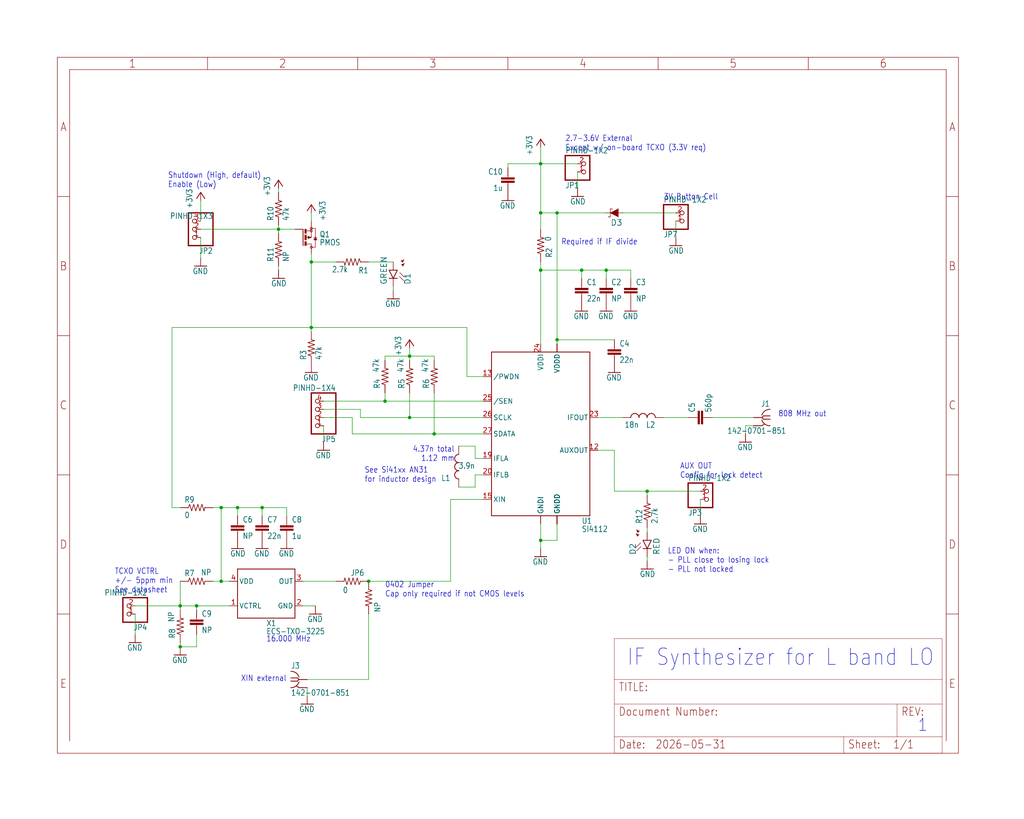
<source format=kicad_sch>
(kicad_sch (version 20250114) (generator "eeschema") (generator_version "9.0")
  (paper "User" 317.5 254.127)
  (lib_symbols
    (symbol "synthesizer-IF-Si4112-eagle-import:+3V3" (power)
      (symbol "+3V3_1_0"
        (pin power_in line (at 0 -2.54 90) (length 2.54) (name "+3V3") (number "1"))
      )
    )
    (symbol "synthesizer-IF-Si4112-eagle-import:142-0701-851"
      (property "Reference" "J" (at -2.54 -5.08 0))
      (symbol "142-0701-851_1_0"
        (pin bidirectional line (at 2.54 0 180) (length 0) (name "RF") (number "RF1"))
        (pin bidirectional line (at 2.54 -2.54 180) (length 0) (name "GND") (number "GND1"))
        (pin bidirectional line (at 2.54 -2.54 180) (length 0) (name "GND") (number "GND2"))
        (pin bidirectional line (at 2.54 -2.54 180) (length 0) (name "GND") (number "GND3"))
        (pin bidirectional line (at 2.54 -2.54 180) (length 0) (name "GND") (number "GND4"))
      )
    )
    (symbol "synthesizer-IF-Si4112-eagle-import:BSS84"
      (property "Reference" "Q" (at 2.54 0 0))
      (symbol "BSS84_1_0"
        (pin passive line (at -5.08 2.54 0) (length 2.54) (name "G") (number "1"))
        (pin passive line (at 0 5.08 270) (length 2.54) (name "S") (number "2"))
        (pin passive line (at 0 -5.08 90) (length 2.54) (name "D") (number "3"))
      )
    )
    (symbol "synthesizer-IF-Si4112-eagle-import:C-EU0402-B-NOSILK"
      (property "Reference" "C" (at 1.524 0.381 0))
      (symbol "C-EU0402-B-NOSILK_1_0"
        (pin passive line (at 0 2.54 270) (length 2.54) (name "1") (number "1"))
        (pin passive line (at 0 -5.08 90) (length 2.54) (name "2") (number "2"))
      )
    )
    (symbol "synthesizer-IF-Si4112-eagle-import:C-EU0603-B-NOSILK"
      (property "Reference" "C" (at 1.524 0.381 0))
      (symbol "C-EU0603-B-NOSILK_1_0"
        (pin passive line (at 0 2.54 270) (length 2.54) (name "1") (number "1"))
        (pin passive line (at 0 -5.08 90) (length 2.54) (name "2") (number "2"))
      )
    )
    (symbol "synthesizer-IF-Si4112-eagle-import:DIODE-SCHOTTKY-RB751S40"
      (property "Reference" "D" (at -2.54 2.032 0))
      (symbol "DIODE-SCHOTTKY-RB751S40_1_0"
        (pin passive line (at -2.54 0 0) (length 0) (name "A") (number "A"))
        (pin passive line (at 2.54 0 180) (length 0) (name "C") (number "C"))
      )
    )
    (symbol "synthesizer-IF-Si4112-eagle-import:ECS-TXO-3225"
      (property "Reference" "X" (at 0 -10.16 0))
      (symbol "ECS-TXO-3225_1_0"
        (pin power_in line (at -11.43 3.81 0) (length 2.54) (name "VDD") (number "4"))
        (pin input line (at -11.43 -3.81 0) (length 2.54) (name "VCTRL") (number "1"))
        (pin output line (at 11.43 3.81 180) (length 2.54) (name "OUT") (number "3"))
        (pin power_in line (at 11.43 -3.81 180) (length 2.54) (name "GND") (number "2"))
      )
    )
    (symbol "synthesizer-IF-Si4112-eagle-import:FRAME_A_L"
      (symbol "FRAME_A_L_1_0"
        (text "A" (at 1.905 194.31 0) (effects (font (size 2.54 2.286))))
        (text "B" (at 1.905 151.13 0) (effects (font (size 2.54 2.286))))
        (text "C" (at 1.905 107.95 0) (effects (font (size 2.54 2.286))))
        (text "D" (at 1.905 64.77 0) (effects (font (size 2.54 2.286))))
        (text "E" (at 1.905 21.59 0) (effects (font (size 2.54 2.286))))
        (text "1" (at 23.2833 213.995 0) (effects (font (size 2.54 2.286))))
        (text "2" (at 69.85 213.995 0) (effects (font (size 2.54 2.286))))
        (text "3" (at 116.4167 213.995 0) (effects (font (size 2.54 2.286))))
        (text "4" (at 162.9833 213.995 0) (effects (font (size 2.54 2.286))))
        (text "5" (at 209.55 213.995 0) (effects (font (size 2.54 2.286))))
        (text "6" (at 256.1167 213.995 0) (effects (font (size 2.54 2.286))))
        (text "A" (at 277.495 194.31 0) (effects (font (size 2.54 2.286))))
        (text "B" (at 277.495 151.13 0) (effects (font (size 2.54 2.286))))
        (text "C" (at 277.495 107.95 0) (effects (font (size 2.54 2.286))))
        (text "D" (at 277.495 64.77 0) (effects (font (size 2.54 2.286))))
        (text "E" (at 277.495 21.59 0) (effects (font (size 2.54 2.286))))
      )
      (symbol "FRAME_A_L_2_0"
        (text "TITLE:" (at 1.27 19.05 0) (effects (font (size 2.54 2.159)) (justify left bottom)))
        (text "Document Number:" (at 1.27 11.43 0) (effects (font (size 2.54 2.159)) (justify left bottom)))
        (text "Date:" (at 1.27 1.27 0) (effects (font (size 2.54 2.159)) (justify left bottom)))
        (text "${CURRENT_DATE}" (at 12.7 1.27 0) (effects (font (size 2.54 2.159)) (justify left bottom)))
        (text "${PROJECTNAME}" (at 17.78 19.05 0) (effects (font (size 2.54 2.159)) (justify left bottom)))
        (text "Sheet:" (at 72.39 1.27 0) (effects (font (size 2.54 2.159)) (justify left bottom)))
        (text "${#}/${##}" (at 86.36 1.27 0) (effects (font (size 2.54 2.159)) (justify left bottom)))
        (text "REV:" (at 88.9 11.43 0) (effects (font (size 2.54 2.159)) (justify left bottom)))
      )
    )
    (symbol "synthesizer-IF-Si4112-eagle-import:GND" (power)
      (symbol "GND_1_0"
        (pin power_in line (at 0 2.54 270) (length 2.54) (name "GND") (number "1"))
      )
    )
    (symbol "synthesizer-IF-Si4112-eagle-import:L-US0402-B-NOSILK"
      (property "Reference" "L" (at -5.08 2.54 0))
      (symbol "L-US0402-B-NOSILK_1_0"
        (pin passive line (at -7.62 0 0) (length 2.54) (name "1") (number "1"))
        (pin passive line (at 5.08 0 180) (length 2.54) (name "2") (number "2"))
      )
    )
    (symbol "synthesizer-IF-Si4112-eagle-import:L-US0402-C-NOSILK"
      (property "Reference" "L" (at -5.08 2.54 0))
      (symbol "L-US0402-C-NOSILK_1_0"
        (pin passive line (at -7.62 0 0) (length 2.54) (name "1") (number "1"))
        (pin passive line (at 5.08 0 180) (length 2.54) (name "2") (number "2"))
      )
    )
    (symbol "synthesizer-IF-Si4112-eagle-import:LED-GREEN0603"
      (property "Reference" "D" (at -3.429 -4.572 90))
      (symbol "LED-GREEN0603_1_0"
        (pin passive line (at 0 2.54 270) (length 2.54) (name "A") (number "A"))
        (pin passive line (at 0 -5.08 90) (length 2.54) (name "C") (number "C"))
      )
    )
    (symbol "synthesizer-IF-Si4112-eagle-import:PINHD-1X2"
      (property "Reference" "JP" (at -6.35 5.715 0))
      (symbol "PINHD-1X2_1_0"
        (pin passive inverted (at -2.54 2.54 0) (length 2.54) (name "1") (number "1"))
        (pin passive inverted (at -2.54 0 0) (length 2.54) (name "2") (number "2"))
      )
    )
    (symbol "synthesizer-IF-Si4112-eagle-import:PINHD-1X3"
      (property "Reference" "JP" (at -6.35 5.715 0))
      (symbol "PINHD-1X3_1_0"
        (pin passive inverted (at -2.54 2.54 0) (length 2.54) (name "1") (number "1"))
        (pin passive inverted (at -2.54 0 0) (length 2.54) (name "2") (number "2"))
        (pin passive inverted (at -2.54 -2.54 0) (length 2.54) (name "3") (number "3"))
      )
    )
    (symbol "synthesizer-IF-Si4112-eagle-import:PINHD-1X4"
      (property "Reference" "JP" (at -6.35 8.255 0))
      (symbol "PINHD-1X4_1_0"
        (pin passive inverted (at -2.54 5.08 0) (length 2.54) (name "1") (number "1"))
        (pin passive inverted (at -2.54 2.54 0) (length 2.54) (name "2") (number "2"))
        (pin passive inverted (at -2.54 0 0) (length 2.54) (name "3") (number "3"))
        (pin passive inverted (at -2.54 -2.54 0) (length 2.54) (name "4") (number "4"))
      )
    )
    (symbol "synthesizer-IF-Si4112-eagle-import:R-US_0402-B-NOSILK"
      (property "Reference" "R" (at -3.81 1.4986 0))
      (symbol "R-US_0402-B-NOSILK_1_0"
        (pin passive line (at -5.08 0 0) (length 2.54) (name "1") (number "1"))
        (pin passive line (at 5.08 0 180) (length 2.54) (name "2") (number "2"))
      )
    )
    (symbol "synthesizer-IF-Si4112-eagle-import:R-US_0603-B-NOSILK"
      (property "Reference" "R" (at -3.81 1.4986 0))
      (symbol "R-US_0603-B-NOSILK_1_0"
        (pin passive line (at -5.08 0 0) (length 2.54) (name "1") (number "1"))
        (pin passive line (at 5.08 0 180) (length 2.54) (name "2") (number "2"))
      )
    )
    (symbol "synthesizer-IF-Si4112-eagle-import:SI4112"
      (property "Reference" "U" (at 15.24 -33.02 0))
      (symbol "SI4112_1_0"
        (pin input line (at -17.78 17.78 0) (length 2.54) (name "/PWDN") (number "13"))
        (pin input line (at -17.78 10.16 0) (length 2.54) (name "/SEN") (number "25"))
        (pin input line (at -17.78 5.08 0) (length 2.54) (name "SCLK") (number "26"))
        (pin input line (at -17.78 0 0) (length 2.54) (name "SDATA") (number "27"))
        (pin input line (at -17.78 -7.62 0) (length 2.54) (name "IFLA") (number "19"))
        (pin input line (at -17.78 -12.7 0) (length 2.54) (name "IFLB") (number "20"))
        (pin input line (at -17.78 -20.32 0) (length 2.54) (name "XIN") (number "15"))
        (pin power_in line (at 0 27.94 270) (length 2.54) (name "VDDI") (number "24"))
        (pin power_in line (at 0 -27.94 90) (length 2.54) (name "GNDI") (number "21"))
        (pin power_in line (at 0 -27.94 90) (length 2.54) (name "GNDI") (number "22"))
        (pin power_in line (at 5.08 27.94 270) (length 2.54) (name "VDDD") (number "11"))
        (pin power_in line (at 5.08 27.94 270) (length 2.54) (name "VDDD") (number "17"))
        (pin power_in line (at 5.08 -27.94 90) (length 2.54) (name "GNDD") (number "1"))
        (pin power_in line (at 5.08 -27.94 90) (length 2.54) (name "GNDD") (number "10"))
        (pin power_in line (at 5.08 -27.94 90) (length 2.54) (name "GNDD") (number "14"))
        (pin power_in line (at 5.08 -27.94 90) (length 2.54) (name "GNDD") (number "16"))
        (pin power_in line (at 5.08 -27.94 90) (length 2.54) (name "GNDD") (number "18"))
        (pin power_in line (at 5.08 -27.94 90) (length 2.54) (name "GNDD") (number "2"))
        (pin power_in line (at 5.08 -27.94 90) (length 2.54) (name "GNDD") (number "28"))
        (pin power_in line (at 5.08 -27.94 90) (length 2.54) (name "GNDD") (number "3"))
        (pin power_in line (at 5.08 -27.94 90) (length 2.54) (name "GNDD") (number "4"))
        (pin power_in line (at 5.08 -27.94 90) (length 2.54) (name "GNDD") (number "5"))
        (pin power_in line (at 5.08 -27.94 90) (length 2.54) (name "GNDD") (number "6"))
        (pin power_in line (at 5.08 -27.94 90) (length 2.54) (name "GNDD") (number "7"))
        (pin power_in line (at 5.08 -27.94 90) (length 2.54) (name "GNDD") (number "8"))
        (pin power_in line (at 5.08 -27.94 90) (length 2.54) (name "GNDD") (number "9"))
        (pin power_in line (at 5.08 -27.94 90) (length 2.54) (name "GNDD") (number "PAD"))
        (pin output line (at 17.78 5.08 180) (length 2.54) (name "IFOUT") (number "23"))
        (pin output line (at 17.78 -5.08 180) (length 2.54) (name "AUXOUT") (number "12"))
      )
    )
    (symbol "synthesizer-IF-Si4112-eagle-import:supply1_371_GND" (power)
      (symbol "supply1_371_GND_1_0"
        (pin power_in line (at 0 2.54 270) (length 2.54) (name "GND") (number "1"))
      )
    )
  )
  (text "LED ON when:\n- PLL close to losing lock\n- PLL not locked" (at 207.01 177.8 0) (effects (font (size 1.778 1.5113)) (justify left bottom)))
  (text "1" (at 284.48 227.33 0) (effects (font (size 3.81 3.2385)) (justify left bottom)))
  (text "2.7-3.6V External\nExcept w/ on-board TCXO (3.3V req)" (at 175.26 46.99 0) (effects (font (size 1.778 1.5113)) (justify left bottom)))
  (text "4.37n total\n1.12 mm" (at 140.97 138.43 0) (effects (font (size 1.778 1.5113)) (justify right top)))
  (text "0402 Jumper\nCap only required if not CMOS levels" (at 119.38 185.42 0) (effects (font (size 1.778 1.5113)) (justify left bottom)))
  (text "See Si41xx AN31\nfor inductor design" (at 113.03 149.86 0) (effects (font (size 1.778 1.5113)) (justify left bottom)))
  (text "TCXO VCTRL\n+/- 5ppm min\nSee datasheet" (at 35.56 184.15 0) (effects (font (size 1.778 1.5113)) (justify left bottom)))
  (text "16.000 MHz" (at 82.55 199.39 0) (effects (font (size 1.778 1.5113)) (justify left bottom)))
  (text "IF Synthesizer for L band LO" (at 194.31 207.01 0) (effects (font (size 5.08 4.318)) (justify left bottom)))
  (text "XIN external" (at 88.9 209.55 0) (effects (font (size 1.778 1.5113)) (justify right top)))
  (text "Required if IF divide" (at 173.99 76.2 0) (effects (font (size 1.778 1.5113)) (justify left bottom)))
  (text "808 MHz out" (at 241.3 129.54 0) (effects (font (size 1.778 1.5113)) (justify left bottom)))
  (text "3V Button Cell" (at 205.74 62.23 0) (effects (font (size 1.778 1.5113)) (justify left bottom)))
  (text "AUX OUT\nConfig for lock detect" (at 210.82 148.59 0) (effects (font (size 1.778 1.5113)) (justify left bottom)))
  (text "Shutdown (High, default)\nEnable (Low)" (at 52.07 58.42 0) (effects (font (size 1.778 1.5113)) (justify left bottom)))
  (junction (at 167.64 83.82))
  (junction (at 200.66 152.4))
  (junction (at 60.96 187.96))
  (junction (at 172.72 66.04))
  (junction (at 119.38 124.46))
  (junction (at 81.28 157.48))
  (junction (at 86.36 71.12))
  (junction (at 127 110.49))
  (junction (at 134.62 134.62))
  (junction (at 167.64 167.64))
  (junction (at 114.3 180.34))
  (junction (at 172.72 105.41))
  (junction (at 55.88 187.96))
  (junction (at 127 129.54))
  (junction (at 68.58 157.48))
  (junction (at 180.34 83.82))
  (junction (at 96.52 101.6))
  (junction (at 187.96 83.82))
  (junction (at 167.64 66.04))
  (junction (at 96.52 81.28))
  (junction (at 68.58 180.34))
  (junction (at 55.88 200.66))
  (junction (at 73.66 157.48))
  (junction (at 167.64 50.8))
  (wire (pts (xy 104.14 81.28) (xy 96.52 81.28)) (stroke (width 0.1524)))
  (wire (pts (xy 200.66 153.67) (xy 200.66 152.4)) (stroke (width 0.1524)))
  (wire (pts (xy 187.96 83.82) (xy 195.58 83.82)) (stroke (width 0.1524)))
  (wire (pts (xy 86.36 82.55) (xy 86.36 83.82)) (stroke (width 0.1524)))
  (wire (pts (xy 172.72 106.68) (xy 172.72 105.41)) (stroke (width 0.1524)))
  (wire (pts (xy 180.34 83.82) (xy 167.64 83.82)) (stroke (width 0.1524)))
  (wire (pts (xy 134.62 134.62) (xy 109.22 134.62)) (stroke (width 0.1524)))
  (wire (pts (xy 53.34 157.48) (xy 55.88 157.48)) (stroke (width 0.1524)))
  (wire (pts (xy 93.98 187.96) (xy 97.79 187.96)) (stroke (width 0.1524)))
  (wire (pts (xy 195.58 86.36) (xy 195.58 83.82)) (stroke (width 0.1524)))
  (wire (pts (xy 172.72 162.56) (xy 172.72 167.64)) (stroke (width 0.1524)))
  (wire (pts (xy 167.64 66.04) (xy 172.72 66.04)) (stroke (width 0.1524)))
  (wire (pts (xy 100.33 137.16) (xy 100.33 132.08)) (stroke (width 0.1524)))
  (wire (pts (xy 95.25 213.36) (xy 95.25 215.9)) (stroke (width 0.1524)))
  (wire (pts (xy 167.64 45.72) (xy 167.64 50.8)) (stroke (width 0.1524)))
  (wire (pts (xy 127 110.49) (xy 127 107.95)) (stroke (width 0.1524)))
  (wire (pts (xy 185.42 129.54) (xy 193.04 129.54)) (stroke (width 0.1524)))
  (wire (pts (xy 55.88 199.39) (xy 55.88 200.66)) (stroke (width 0.1524)))
  (wire (pts (xy 167.64 71.12) (xy 167.64 66.04)) (stroke (width 0.1524)))
  (wire (pts (xy 167.64 81.28) (xy 167.64 83.82)) (stroke (width 0.1524)))
  (wire (pts (xy 68.58 157.48) (xy 73.66 157.48)) (stroke (width 0.1524)))
  (wire (pts (xy 66.04 157.48) (xy 68.58 157.48)) (stroke (width 0.1524)))
  (wire (pts (xy 62.23 68.58) (xy 62.23 62.23)) (stroke (width 0.1524)))
  (wire (pts (xy 60.96 189.23) (xy 60.96 187.96)) (stroke (width 0.1524)))
  (wire (pts (xy 41.91 196.85) (xy 41.91 190.5)) (stroke (width 0.1524)))
  (wire (pts (xy 190.5 139.7) (xy 190.5 152.4)) (stroke (width 0.1524)))
  (wire (pts (xy 96.52 101.6) (xy 53.34 101.6)) (stroke (width 0.1524)))
  (wire (pts (xy 205.74 129.54) (xy 213.36 129.54)) (stroke (width 0.1524)))
  (wire (pts (xy 187.96 83.82) (xy 180.34 83.82)) (stroke (width 0.1524)))
  (wire (pts (xy 179.07 50.8) (xy 167.64 50.8)) (stroke (width 0.1524)))
  (wire (pts (xy 119.38 110.49) (xy 127 110.49)) (stroke (width 0.1524)))
  (wire (pts (xy 114.3 190.5) (xy 114.3 210.82)) (stroke (width 0.1524)))
  (wire (pts (xy 111.76 129.54) (xy 111.76 127)) (stroke (width 0.1524)))
  (wire (pts (xy 149.86 124.46) (xy 119.38 124.46)) (stroke (width 0.1524)))
  (wire (pts (xy 157.48 52.07) (xy 157.48 50.8)) (stroke (width 0.1524)))
  (wire (pts (xy 200.66 163.83) (xy 200.66 165.1)) (stroke (width 0.1524)))
  (wire (pts (xy 96.52 102.87) (xy 96.52 101.6)) (stroke (width 0.1524)))
  (wire (pts (xy 157.48 50.8) (xy 167.64 50.8)) (stroke (width 0.1524)))
  (wire (pts (xy 96.52 101.6) (xy 144.78 101.6)) (stroke (width 0.1524)))
  (wire (pts (xy 60.96 187.96) (xy 55.88 187.96)) (stroke (width 0.1524)))
  (wire (pts (xy 147.32 142.24) (xy 149.86 142.24)) (stroke (width 0.1524)))
  (wire (pts (xy 134.62 111.76) (xy 134.62 110.49)) (stroke (width 0.1524)))
  (wire (pts (xy 55.88 189.23) (xy 55.88 187.96)) (stroke (width 0.1524)))
  (wire (pts (xy 60.96 200.66) (xy 60.96 196.85)) (stroke (width 0.1524)))
  (wire (pts (xy 111.76 127) (xy 100.33 127)) (stroke (width 0.1524)))
  (wire (pts (xy 149.86 129.54) (xy 127 129.54)) (stroke (width 0.1524)))
  (wire (pts (xy 193.04 66.04) (xy 209.55 66.04)) (stroke (width 0.1524)))
  (wire (pts (xy 220.98 129.54) (xy 233.68 129.54)) (stroke (width 0.1524)))
  (wire (pts (xy 167.64 167.64) (xy 167.64 162.56)) (stroke (width 0.1524)))
  (wire (pts (xy 81.28 160.02) (xy 81.28 157.48)) (stroke (width 0.1524)))
  (wire (pts (xy 55.88 187.96) (xy 41.91 187.96)) (stroke (width 0.1524)))
  (wire (pts (xy 86.36 59.69) (xy 86.36 58.42)) (stroke (width 0.1524)))
  (wire (pts (xy 55.88 180.34) (xy 55.88 187.96)) (stroke (width 0.1524)))
  (wire (pts (xy 149.86 154.94) (xy 139.7 154.94)) (stroke (width 0.1524)))
  (wire (pts (xy 121.92 88.9) (xy 121.92 90.17)) (stroke (width 0.1524)))
  (wire (pts (xy 190.5 152.4) (xy 200.66 152.4)) (stroke (width 0.1524)))
  (wire (pts (xy 93.98 180.34) (xy 104.14 180.34)) (stroke (width 0.1524)))
  (wire (pts (xy 149.86 134.62) (xy 134.62 134.62)) (stroke (width 0.1524)))
  (wire (pts (xy 167.64 83.82) (xy 167.64 106.68)) (stroke (width 0.1524)))
  (wire (pts (xy 62.23 71.12) (xy 86.36 71.12)) (stroke (width 0.1524)))
  (wire (pts (xy 71.12 187.96) (xy 60.96 187.96)) (stroke (width 0.1524)))
  (wire (pts (xy 81.28 157.48) (xy 73.66 157.48)) (stroke (width 0.1524)))
  (wire (pts (xy 172.72 66.04) (xy 187.96 66.04)) (stroke (width 0.1524)))
  (wire (pts (xy 187.96 86.36) (xy 187.96 83.82)) (stroke (width 0.1524)))
  (wire (pts (xy 179.07 58.42) (xy 179.07 53.34)) (stroke (width 0.1524)))
  (wire (pts (xy 55.88 200.66) (xy 60.96 200.66)) (stroke (width 0.1524)))
  (wire (pts (xy 200.66 152.4) (xy 217.17 152.4)) (stroke (width 0.1524)))
  (wire (pts (xy 88.9 160.02) (xy 88.9 157.48)) (stroke (width 0.1524)))
  (wire (pts (xy 134.62 110.49) (xy 127 110.49)) (stroke (width 0.1524)))
  (wire (pts (xy 96.52 66.04) (xy 96.52 68.58)) (stroke (width 0.1524)))
  (wire (pts (xy 53.34 101.6) (xy 53.34 157.48)) (stroke (width 0.1524)))
  (wire (pts (xy 109.22 134.62) (xy 109.22 129.54)) (stroke (width 0.1524)))
  (wire (pts (xy 68.58 180.34) (xy 68.58 157.48)) (stroke (width 0.1524)))
  (wire (pts (xy 185.42 139.7) (xy 190.5 139.7)) (stroke (width 0.1524)))
  (wire (pts (xy 139.7 180.34) (xy 114.3 180.34)) (stroke (width 0.1524)))
  (wire (pts (xy 119.38 121.92) (xy 119.38 124.46)) (stroke (width 0.1524)))
  (wire (pts (xy 142.24 151.13) (xy 147.32 151.13)) (stroke (width 0.1524)))
  (wire (pts (xy 167.64 50.8) (xy 167.64 66.04)) (stroke (width 0.1524)))
  (wire (pts (xy 73.66 157.48) (xy 73.66 160.02)) (stroke (width 0.1524)))
  (wire (pts (xy 147.32 147.32) (xy 149.86 147.32)) (stroke (width 0.1524)))
  (wire (pts (xy 127 129.54) (xy 111.76 129.54)) (stroke (width 0.1524)))
  (wire (pts (xy 209.55 73.66) (xy 209.55 68.58)) (stroke (width 0.1524)))
  (wire (pts (xy 71.12 180.34) (xy 68.58 180.34)) (stroke (width 0.1524)))
  (wire (pts (xy 144.78 116.84) (xy 149.86 116.84)) (stroke (width 0.1524)))
  (wire (pts (xy 109.22 129.54) (xy 100.33 129.54)) (stroke (width 0.1524)))
  (wire (pts (xy 142.24 138.43) (xy 147.32 138.43)) (stroke (width 0.1524)))
  (wire (pts (xy 86.36 69.85) (xy 86.36 71.12)) (stroke (width 0.1524)))
  (wire (pts (xy 114.3 81.28) (xy 121.92 81.28)) (stroke (width 0.1524)))
  (wire (pts (xy 119.38 111.76) (xy 119.38 110.49)) (stroke (width 0.1524)))
  (wire (pts (xy 217.17 160.02) (xy 217.17 154.94)) (stroke (width 0.1524)))
  (wire (pts (xy 66.04 180.34) (xy 68.58 180.34)) (stroke (width 0.1524)))
  (wire (pts (xy 144.78 101.6) (xy 144.78 116.84)) (stroke (width 0.1524)))
  (wire (pts (xy 81.28 157.48) (xy 88.9 157.48)) (stroke (width 0.1524)))
  (wire (pts (xy 95.25 210.82) (xy 114.3 210.82)) (stroke (width 0.1524)))
  (wire (pts (xy 96.52 81.28) (xy 96.52 101.6)) (stroke (width 0.1524)))
  (wire (pts (xy 147.32 151.13) (xy 147.32 147.32)) (stroke (width 0.1524)))
  (wire (pts (xy 200.66 172.72) (xy 200.66 173.99)) (stroke (width 0.1524)))
  (wire (pts (xy 127 121.92) (xy 127 129.54)) (stroke (width 0.1524)))
  (wire (pts (xy 233.68 132.08) (xy 231.14 132.08)) (stroke (width 0.1524)))
  (wire (pts (xy 172.72 105.41) (xy 172.72 66.04)) (stroke (width 0.1524)))
  (wire (pts (xy 172.72 167.64) (xy 167.64 167.64)) (stroke (width 0.1524)))
  (wire (pts (xy 180.34 86.36) (xy 180.34 83.82)) (stroke (width 0.1524)))
  (wire (pts (xy 119.38 124.46) (xy 100.33 124.46)) (stroke (width 0.1524)))
  (wire (pts (xy 62.23 80.01) (xy 62.23 73.66)) (stroke (width 0.1524)))
  (wire (pts (xy 127 110.49) (xy 127 111.76)) (stroke (width 0.1524)))
  (wire (pts (xy 172.72 105.41) (xy 190.5 105.41)) (stroke (width 0.1524)))
  (wire (pts (xy 96.52 78.74) (xy 96.52 81.28)) (stroke (width 0.1524)))
  (wire (pts (xy 91.44 71.12) (xy 86.36 71.12)) (stroke (width 0.1524)))
  (wire (pts (xy 134.62 121.92) (xy 134.62 134.62)) (stroke (width 0.1524)))
  (wire (pts (xy 147.32 138.43) (xy 147.32 142.24)) (stroke (width 0.1524)))
  (wire (pts (xy 86.36 71.12) (xy 86.36 72.39)) (stroke (width 0.1524)))
  (wire (pts (xy 139.7 154.94) (xy 139.7 180.34)) (stroke (width 0.1524)))
  (wire (pts (xy 231.14 134.62) (xy 231.14 132.08)) (stroke (width 0.1524)))
  (wire (pts (xy 167.64 170.18) (xy 167.64 167.64)) (stroke (width 0.1524)))
  (symbol (lib_id "synthesizer-IF-Si4112-eagle-import:supply1_371_GND") (at 190.5 115.57 0) (unit 1)
    (property "Reference" "#GND6" (effects (hide yes)))
    (property "Value" "GND" (at 187.96 118.11 0) (effects (font (size 1.778 1.5113)) (justify left bottom)))
  )
  (symbol (lib_id "synthesizer-IF-Si4112-eagle-import:R-US_0603-B-NOSILK") (at 60.96 157.48 0) (unit 1)
    (property "Reference" "R9" (at 57.15 155.9814 0) (effects (font (size 1.778 1.5113)) (justify left bottom)))
    (property "Value" "0" (at 57.15 160.782 0) (effects (font (size 1.778 1.5113)) (justify left bottom)))
    (property "Footprint" "synthesizer-IF-Si4112:.0603-B-NOSILK" (effects (hide yes)))
  )
  (symbol (lib_id "synthesizer-IF-Si4112-eagle-import:142-0701-851") (at 236.22 129.54 0) (mirror y) (unit 1)
    (property "Reference" "J1" (at 238.76 126.238 0) (effects (font (size 1.778 1.5113)) (justify left bottom)))
    (property "Value" "142-0701-851" (at 243.84 134.62 0) (effects (font (size 1.778 1.5113)) (justify left bottom)))
    (property "Footprint" "synthesizer-IF-Si4112:142-0701-851" (effects (hide yes)))
  )
  (symbol (lib_id "synthesizer-IF-Si4112-eagle-import:C-EU0603-B-NOSILK") (at 88.9 162.56 0) (unit 1)
    (property "Reference" "C8" (at 90.424 162.179 0) (effects (font (size 1.778 1.5113)) (justify left bottom)))
    (property "Value" "1u" (at 90.424 167.259 0) (effects (font (size 1.778 1.5113)) (justify left bottom)))
    (property "Footprint" "synthesizer-IF-Si4112:.0603-B-NOSILK" (effects (hide yes)))
  )
  (symbol (lib_id "synthesizer-IF-Si4112-eagle-import:supply1_371_GND") (at 209.55 76.2 0) (mirror y) (unit 1)
    (property "Reference" "#GND15" (effects (hide yes)))
    (property "Value" "GND" (at 212.09 78.74 0) (effects (font (size 1.778 1.5113)) (justify left bottom)))
  )
  (symbol (lib_id "synthesizer-IF-Si4112-eagle-import:FRAME_A_L") (at 17.78 233.68 0) (unit 1)
    (property "Reference" "#FRAME2" (effects (hide yes)))
    (property "Value" "FRAME_A_L" (effects (hide yes)))
  )
  (symbol (lib_id "synthesizer-IF-Si4112-eagle-import:R-US_0402-B-NOSILK") (at 86.36 64.77 90) (unit 1)
    (property "Reference" "R10" (at 84.8614 68.58 0) (effects (font (size 1.778 1.5113)) (justify left bottom)))
    (property "Value" "47k" (at 89.662 68.58 0) (effects (font (size 1.778 1.5113)) (justify left bottom)))
    (property "Footprint" "synthesizer-IF-Si4112:.0402-B-NOSILK" (effects (hide yes)))
  )
  (symbol (lib_id "synthesizer-IF-Si4112-eagle-import:BSS84") (at 96.52 73.66 0) (unit 1)
    (property "Reference" "Q1" (at 99.06 73.66 0) (effects (font (size 1.778 1.5113)) (justify left bottom)))
    (property "Value" "PMOS" (at 99.06 76.2 0) (effects (font (size 1.778 1.5113)) (justify left bottom)))
    (property "Footprint" "synthesizer-IF-Si4112:SOT23" (effects (hide yes)))
  )
  (symbol (lib_id "synthesizer-IF-Si4112-eagle-import:C-EU0603-B-NOSILK") (at 180.34 88.9 0) (unit 1)
    (property "Reference" "C1" (at 181.864 88.519 0) (effects (font (size 1.778 1.5113)) (justify left bottom)))
    (property "Value" "22n" (at 181.864 93.599 0) (effects (font (size 1.778 1.5113)) (justify left bottom)))
    (property "Footprint" "synthesizer-IF-Si4112:.0603-B-NOSILK" (effects (hide yes)))
  )
  (symbol (lib_id "synthesizer-IF-Si4112-eagle-import:142-0701-851") (at 92.71 210.82 0) (unit 1)
    (property "Reference" "J3" (at 90.17 207.518 0) (effects (font (size 1.778 1.5113)) (justify left bottom)))
    (property "Value" "142-0701-851" (at 90.17 215.9 0) (effects (font (size 1.778 1.5113)) (justify left bottom)))
    (property "Footprint" "synthesizer-IF-Si4112:142-0701-851" (effects (hide yes)))
  )
  (symbol (lib_id "synthesizer-IF-Si4112-eagle-import:supply1_371_GND") (at 195.58 96.52 0) (unit 1)
    (property "Reference" "#GND105" (effects (hide yes)))
    (property "Value" "GND" (at 193.04 99.06 0) (effects (font (size 1.778 1.5113)) (justify left bottom)))
  )
  (symbol (lib_id "synthesizer-IF-Si4112-eagle-import:supply1_371_GND") (at 187.96 96.52 0) (unit 1)
    (property "Reference" "#GND69" (effects (hide yes)))
    (property "Value" "GND" (at 185.42 99.06 0) (effects (font (size 1.778 1.5113)) (justify left bottom)))
  )
  (symbol (lib_id "synthesizer-IF-Si4112-eagle-import:PINHD-1X4") (at 97.79 127 180) (unit 1)
    (property "Reference" "JP5" (at 104.14 135.255 0) (effects (font (size 1.778 1.5113)) (justify left bottom)))
    (property "Value" "PINHD-1X4" (at 104.14 119.38 0) (effects (font (size 1.778 1.5113)) (justify left bottom)))
    (property "Footprint" "synthesizer-IF-Si4112:1X04" (effects (hide yes)))
  )
  (symbol (lib_id "synthesizer-IF-Si4112-eagle-import:C-EU0603-B-NOSILK") (at 60.96 191.77 0) (unit 1)
    (property "Reference" "C9" (at 62.484 191.389 0) (effects (font (size 1.778 1.5113)) (justify left bottom)))
    (property "Value" "NP" (at 62.484 196.469 0) (effects (font (size 1.778 1.5113)) (justify left bottom)))
    (property "Footprint" "synthesizer-IF-Si4112:.0603-B-NOSILK" (effects (hide yes)))
  )
  (symbol (lib_id "synthesizer-IF-Si4112-eagle-import:DIODE-SCHOTTKY-RB751S40") (at 190.5 66.04 180) (unit 1)
    (property "Reference" "D3" (at 193.04 68.072 0) (effects (font (size 1.778 1.778)) (justify left bottom)))
    (property "Value" "120mA/40V/370mV" (effects (hide yes)))
    (property "Footprint" "synthesizer-IF-Si4112:SOD-523" (effects (hide yes)))
  )
  (symbol (lib_id "synthesizer-IF-Si4112-eagle-import:supply1_371_GND") (at 88.9 170.18 0) (unit 1)
    (property "Reference" "#GND110" (effects (hide yes)))
    (property "Value" "GND" (at 86.36 172.72 0) (effects (font (size 1.778 1.5113)) (justify left bottom)))
  )
  (symbol (lib_id "synthesizer-IF-Si4112-eagle-import:R-US_0402-B-NOSILK") (at 119.38 116.84 90) (unit 1)
    (property "Reference" "R4" (at 117.8814 120.65 0) (effects (font (size 1.778 1.5113)) (justify left bottom)))
    (property "Value" "47k" (at 117.602 115.57 0) (effects (font (size 1.778 1.5113)) (justify left bottom)))
    (property "Footprint" "synthesizer-IF-Si4112:.0402-B-NOSILK" (effects (hide yes)))
  )
  (symbol (lib_id "synthesizer-IF-Si4112-eagle-import:ECS-TXO-3225") (at 82.55 184.15 0) (unit 1)
    (property "Reference" "X1" (at 82.55 194.31 0) (effects (font (size 1.778 1.5113)) (justify left bottom)))
    (property "Value" "ECS-TXO-3225" (at 82.55 196.85 0) (effects (font (size 1.778 1.5113)) (justify left bottom)))
    (property "Footprint" "synthesizer-IF-Si4112:3.2X2.5" (effects (hide yes)))
  )
  (symbol (lib_id "synthesizer-IF-Si4112-eagle-import:FRAME_A_L") (at 190.5 233.68 0) (unit 2)
    (property "Reference" "#FRAME2" (effects (hide yes)))
    (property "Value" "FRAME_A_L" (effects (hide yes)))
  )
  (symbol (lib_id "synthesizer-IF-Si4112-eagle-import:R-US_0402-B-NOSILK") (at 114.3 185.42 270) (unit 1)
    (property "Reference" "R99" (effects (hide yes)))
    (property "Value" "NP" (at 116.078 186.69 0) (effects (font (size 1.778 1.5113)) (justify left bottom)))
    (property "Footprint" "synthesizer-IF-Si4112:.0402-B-NOSILK" (effects (hide yes)))
  )
  (symbol (lib_id "synthesizer-IF-Si4112-eagle-import:PINHD-1X2") (at 219.71 152.4 0) (mirror x) (unit 1)
    (property "Reference" "JP3" (at 213.36 158.115 0) (effects (font (size 1.778 1.5113)) (justify left bottom)))
    (property "Value" "PINHD-1X2" (at 213.36 147.32 0) (effects (font (size 1.778 1.5113)) (justify left bottom)))
    (property "Footprint" "synthesizer-IF-Si4112:1X02" (effects (hide yes)))
  )
  (symbol (lib_id "synthesizer-IF-Si4112-eagle-import:supply1_371_GND") (at 217.17 162.56 0) (unit 1)
    (property "Reference" "#GND8" (effects (hide yes)))
    (property "Value" "GND" (at 214.63 165.1 0) (effects (font (size 1.778 1.5113)) (justify left bottom)))
  )
  (symbol (lib_id "synthesizer-IF-Si4112-eagle-import:supply1_371_GND") (at 179.07 60.96 0) (mirror y) (unit 1)
    (property "Reference" "#GND4" (effects (hide yes)))
    (property "Value" "GND" (at 181.61 63.5 0) (effects (font (size 1.778 1.5113)) (justify left bottom)))
  )
  (symbol (lib_id "synthesizer-IF-Si4112-eagle-import:C-EU0603-B-NOSILK") (at 81.28 162.56 0) (unit 1)
    (property "Reference" "C7" (at 82.804 162.179 0) (effects (font (size 1.778 1.5113)) (justify left bottom)))
    (property "Value" "22n" (at 82.804 167.259 0) (effects (font (size 1.778 1.5113)) (justify left bottom)))
    (property "Footprint" "synthesizer-IF-Si4112:.0603-B-NOSILK" (effects (hide yes)))
  )
  (symbol (lib_id "synthesizer-IF-Si4112-eagle-import:GND") (at 96.52 115.57 0) (unit 1)
    (property "Reference" "#GND16" (effects (hide yes)))
    (property "Value" "GND" (at 93.98 118.11 0) (effects (font (size 1.778 1.5113)) (justify left bottom)))
  )
  (symbol (lib_id "synthesizer-IF-Si4112-eagle-import:supply1_371_GND") (at 95.25 218.44 0) (unit 1)
    (property "Reference" "#GND9" (effects (hide yes)))
    (property "Value" "GND" (at 92.71 220.98 0) (effects (font (size 1.778 1.5113)) (justify left bottom)))
  )
  (symbol (lib_id "synthesizer-IF-Si4112-eagle-import:supply1_371_GND") (at 81.28 170.18 0) (unit 1)
    (property "Reference" "#GND111" (effects (hide yes)))
    (property "Value" "GND" (at 78.74 172.72 0) (effects (font (size 1.778 1.5113)) (justify left bottom)))
  )
  (symbol (lib_id "synthesizer-IF-Si4112-eagle-import:supply1_371_GND") (at 231.14 137.16 0) (unit 1)
    (property "Reference" "#GND12" (effects (hide yes)))
    (property "Value" "GND" (at 228.6 139.7 0) (effects (font (size 1.778 1.5113)) (justify left bottom)))
  )
  (symbol (lib_id "synthesizer-IF-Si4112-eagle-import:R-US_0603-B-NOSILK") (at 109.22 81.28 0) (mirror y) (unit 1)
    (property "Reference" "R1" (at 114.3 84.8614 0) (effects (font (size 1.778 1.5113)) (justify left bottom)))
    (property "Value" "2.7k" (at 107.95 84.582 0) (effects (font (size 1.778 1.5113)) (justify left bottom)))
    (property "Footprint" "synthesizer-IF-Si4112:.0603-B-NOSILK" (effects (hide yes)))
  )
  (symbol (lib_id "synthesizer-IF-Si4112-eagle-import:+3V3") (at 62.23 59.69 0) (unit 1)
    (property "Reference" "#+3V2" (effects (hide yes)))
    (property "Value" "+3V3" (at 59.69 64.77 90) (effects (font (size 1.778 1.5113)) (justify left bottom)))
  )
  (symbol (lib_id "synthesizer-IF-Si4112-eagle-import:GND") (at 200.66 176.53 0) (mirror y) (unit 1)
    (property "Reference" "#GND14" (effects (hide yes)))
    (property "Value" "GND" (at 203.2 179.07 0) (effects (font (size 1.778 1.5113)) (justify left bottom)))
  )
  (symbol (lib_id "synthesizer-IF-Si4112-eagle-import:supply1_371_GND") (at 100.33 139.7 0) (unit 1)
    (property "Reference" "#GND5" (effects (hide yes)))
    (property "Value" "GND" (at 97.79 142.24 0) (effects (font (size 1.778 1.5113)) (justify left bottom)))
  )
  (symbol (lib_id "synthesizer-IF-Si4112-eagle-import:R-US_0603-B-NOSILK") (at 167.64 76.2 90) (unit 1)
    (property "Reference" "R2" (at 171.2214 80.01 0) (effects (font (size 1.778 1.5113)) (justify left bottom)))
    (property "Value" "0" (at 170.942 74.93 0) (effects (font (size 1.778 1.5113)) (justify left bottom)))
    (property "Footprint" "synthesizer-IF-Si4112:.0603-B-NOSILK" (effects (hide yes)))
  )
  (symbol (lib_id "synthesizer-IF-Si4112-eagle-import:+3V3") (at 86.36 55.88 0) (unit 1)
    (property "Reference" "#+3V3" (effects (hide yes)))
    (property "Value" "+3V3" (at 83.82 60.96 90) (effects (font (size 1.778 1.5113)) (justify left bottom)))
  )
  (symbol (lib_id "synthesizer-IF-Si4112-eagle-import:C-EU0603-B-NOSILK") (at 195.58 88.9 0) (unit 1)
    (property "Reference" "C3" (at 197.104 88.519 0) (effects (font (size 1.778 1.5113)) (justify left bottom)))
    (property "Value" "NP" (at 197.104 93.599 0) (effects (font (size 1.778 1.5113)) (justify left bottom)))
    (property "Footprint" "synthesizer-IF-Si4112:.0603-B-NOSILK" (effects (hide yes)))
  )
  (symbol (lib_id "synthesizer-IF-Si4112-eagle-import:LED-GREEN0603") (at 200.66 167.64 0) (unit 1)
    (property "Reference" "D2" (at 197.231 172.212 90) (effects (font (size 1.778 1.778)) (justify left bottom)))
    (property "Value" "RED" (at 202.565 172.212 90) (effects (font (size 1.778 1.778)) (justify left top)))
    (property "Footprint" "synthesizer-IF-Si4112:LED-0603" (effects (hide yes)))
  )
  (symbol (lib_id "synthesizer-IF-Si4112-eagle-import:R-US_0603-B-NOSILK") (at 200.66 158.75 90) (unit 1)
    (property "Reference" "R12" (at 199.1614 162.56 0) (effects (font (size 1.778 1.5113)) (justify left bottom)))
    (property "Value" "2.7k" (at 203.962 162.56 0) (effects (font (size 1.778 1.5113)) (justify left bottom)))
    (property "Footprint" "synthesizer-IF-Si4112:.0603-B-NOSILK" (effects (hide yes)))
  )
  (symbol (lib_id "synthesizer-IF-Si4112-eagle-import:R-US_0402-B-NOSILK") (at 134.62 116.84 90) (unit 1)
    (property "Reference" "R6" (at 133.1214 120.65 0) (effects (font (size 1.778 1.5113)) (justify left bottom)))
    (property "Value" "47k" (at 132.842 115.57 0) (effects (font (size 1.778 1.5113)) (justify left bottom)))
    (property "Footprint" "synthesizer-IF-Si4112:.0402-B-NOSILK" (effects (hide yes)))
  )
  (symbol (lib_id "synthesizer-IF-Si4112-eagle-import:supply1_371_GND") (at 180.34 96.52 0) (unit 1)
    (property "Reference" "#GND77" (effects (hide yes)))
    (property "Value" "GND" (at 177.8 99.06 0) (effects (font (size 1.778 1.5113)) (justify left bottom)))
  )
  (symbol (lib_id "synthesizer-IF-Si4112-eagle-import:PINHD-1X2") (at 181.61 50.8 0) (mirror x) (unit 1)
    (property "Reference" "JP1" (at 175.26 56.515 0) (effects (font (size 1.778 1.5113)) (justify left bottom)))
    (property "Value" "PINHD-1X2" (at 175.26 45.72 0) (effects (font (size 1.778 1.5113)) (justify left bottom)))
    (property "Footprint" "synthesizer-IF-Si4112:1X02" (effects (hide yes)))
  )
  (symbol (lib_id "synthesizer-IF-Si4112-eagle-import:SI4112") (at 167.64 134.62 0) (unit 1)
    (property "Reference" "U1" (at 180.34 162.56 0) (effects (font (size 1.778 1.5113)) (justify left bottom)))
    (property "Value" "SI4112" (at 180.34 165.1 0) (effects (font (size 1.778 1.5113)) (justify left bottom)))
    (property "Footprint" "synthesizer-IF-Si4112:QFN28-5X5-WITH-CENTER-PAD" (effects (hide yes)))
  )
  (symbol (lib_id "synthesizer-IF-Si4112-eagle-import:supply1_371_GND") (at 41.91 199.39 0) (unit 1)
    (property "Reference" "#GND3" (effects (hide yes)))
    (property "Value" "GND" (at 39.37 201.93 0) (effects (font (size 1.778 1.5113)) (justify left bottom)))
  )
  (symbol (lib_id "synthesizer-IF-Si4112-eagle-import:GND") (at 121.92 92.71 0) (unit 1)
    (property "Reference" "#GND80" (effects (hide yes)))
    (property "Value" "GND" (at 119.38 95.25 0) (effects (font (size 1.778 1.5113)) (justify left bottom)))
  )
  (symbol (lib_id "synthesizer-IF-Si4112-eagle-import:PINHD-1X2") (at 39.37 187.96 180) (unit 1)
    (property "Reference" "JP4" (at 45.72 193.675 0) (effects (font (size 1.778 1.5113)) (justify left bottom)))
    (property "Value" "PINHD-1X2" (at 45.72 182.88 0) (effects (font (size 1.778 1.5113)) (justify left bottom)))
    (property "Footprint" "synthesizer-IF-Si4112:1X02" (effects (hide yes)))
  )
  (symbol (lib_id "synthesizer-IF-Si4112-eagle-import:L-US0402-B-NOSILK") (at 200.66 129.54 0) (unit 1)
    (property "Reference" "L2" (at 203.2 130.81 0) (effects (font (size 1.778 1.5113)) (justify right top)))
    (property "Value" "18n" (at 198.12 130.81 0) (effects (font (size 1.778 1.5113)) (justify right top)))
    (property "Footprint" "synthesizer-IF-Si4112:.0402-B-NOSILK" (effects (hide yes)))
  )
  (symbol (lib_id "synthesizer-IF-Si4112-eagle-import:C-EU0402-B-NOSILK") (at 215.9 129.54 90) (unit 1)
    (property "Reference" "C5" (at 215.519 128.016 0) (effects (font (size 1.778 1.5113)) (justify left bottom)))
    (property "Value" "560p" (at 220.599 128.016 0) (effects (font (size 1.778 1.5113)) (justify left bottom)))
    (property "Footprint" "synthesizer-IF-Si4112:.0402-B-NOSILK" (effects (hide yes)))
  )
  (symbol (lib_id "synthesizer-IF-Si4112-eagle-import:+3V3") (at 96.52 63.5 0) (mirror y) (unit 1)
    (property "Reference" "#+3V1" (effects (hide yes)))
    (property "Value" "+3V3" (at 99.06 68.58 90) (effects (font (size 1.778 1.5113)) (justify left bottom)))
  )
  (symbol (lib_id "synthesizer-IF-Si4112-eagle-import:supply1_371_GND") (at 157.48 62.23 0) (unit 1)
    (property "Reference" "#GND17" (effects (hide yes)))
    (property "Value" "GND" (at 154.94 64.77 0) (effects (font (size 1.778 1.5113)) (justify left bottom)))
  )
  (symbol (lib_id "synthesizer-IF-Si4112-eagle-import:+3V3") (at 167.64 43.18 0) (unit 1)
    (property "Reference" "#+3V5" (effects (hide yes)))
    (property "Value" "+3V3" (at 165.1 48.26 90) (effects (font (size 1.778 1.5113)) (justify left bottom)))
  )
  (symbol (lib_id "synthesizer-IF-Si4112-eagle-import:R-US_0603-B-NOSILK") (at 55.88 194.31 90) (unit 1)
    (property "Reference" "R8" (at 54.3814 198.12 0) (effects (font (size 1.778 1.5113)) (justify left bottom)))
    (property "Value" "NP" (at 54.102 193.04 0) (effects (font (size 1.778 1.5113)) (justify left bottom)))
    (property "Footprint" "synthesizer-IF-Si4112:.0603-B-NOSILK" (effects (hide yes)))
  )
  (symbol (lib_id "synthesizer-IF-Si4112-eagle-import:C-EU0603-B-NOSILK") (at 187.96 88.9 0) (unit 1)
    (property "Reference" "C2" (at 189.484 88.519 0) (effects (font (size 1.778 1.5113)) (justify left bottom)))
    (property "Value" "NP" (at 189.484 93.599 0) (effects (font (size 1.778 1.5113)) (justify left bottom)))
    (property "Footprint" "synthesizer-IF-Si4112:.0603-B-NOSILK" (effects (hide yes)))
  )
  (symbol (lib_id "synthesizer-IF-Si4112-eagle-import:C-EU0603-B-NOSILK") (at 73.66 162.56 0) (unit 1)
    (property "Reference" "C6" (at 75.184 162.179 0) (effects (font (size 1.778 1.5113)) (justify left bottom)))
    (property "Value" "NP" (at 75.184 167.259 0) (effects (font (size 1.778 1.5113)) (justify left bottom)))
    (property "Footprint" "synthesizer-IF-Si4112:.0603-B-NOSILK" (effects (hide yes)))
  )
  (symbol (lib_id "synthesizer-IF-Si4112-eagle-import:L-US0402-C-NOSILK") (at 142.24 143.51 90) (unit 1)
    (property "Reference" "L1" (at 139.7 147.32 90) (effects (font (size 1.778 1.5113)) (justify left bottom)))
    (property "Value" "3.9n" (at 147.32 143.51 90) (effects (font (size 1.778 1.5113)) (justify left bottom)))
    (property "Footprint" "synthesizer-IF-Si4112:.0402-C-NOSILK" (effects (hide yes)))
  )
  (symbol (lib_id "synthesizer-IF-Si4112-eagle-import:R-US_0402-B-NOSILK") (at 127 116.84 90) (unit 1)
    (property "Reference" "R5" (at 125.5014 120.65 0) (effects (font (size 1.778 1.5113)) (justify left bottom)))
    (property "Value" "47k" (at 125.222 115.57 0) (effects (font (size 1.778 1.5113)) (justify left bottom)))
    (property "Footprint" "synthesizer-IF-Si4112:.0402-B-NOSILK" (effects (hide yes)))
  )
  (symbol (lib_id "synthesizer-IF-Si4112-eagle-import:R-US_0402-B-NOSILK") (at 109.22 180.34 180) (unit 1)
    (property "Reference" "JP6" (at 113.03 176.7586 0) (effects (font (size 1.778 1.5113)) (justify left bottom)))
    (property "Value" "0" (at 107.95 182.118 0) (effects (font (size 1.778 1.5113)) (justify left bottom)))
    (property "Footprint" "synthesizer-IF-Si4112:.0402-B-NOSILK" (effects (hide yes)))
  )
  (symbol (lib_id "synthesizer-IF-Si4112-eagle-import:supply1_371_GND") (at 73.66 170.18 0) (mirror y) (unit 1)
    (property "Reference" "#GND13" (effects (hide yes)))
    (property "Value" "GND" (at 76.2 172.72 0) (effects (font (size 1.778 1.5113)) (justify left bottom)))
  )
  (symbol (lib_id "synthesizer-IF-Si4112-eagle-import:R-US_0402-B-NOSILK") (at 96.52 107.95 90) (unit 1)
    (property "Reference" "R3" (at 95.0214 111.76 0) (effects (font (size 1.778 1.5113)) (justify left bottom)))
    (property "Value" "47k" (at 99.822 111.76 0) (effects (font (size 1.778 1.5113)) (justify left bottom)))
    (property "Footprint" "synthesizer-IF-Si4112:.0402-B-NOSILK" (effects (hide yes)))
  )
  (symbol (lib_id "synthesizer-IF-Si4112-eagle-import:supply1_371_GND") (at 167.64 172.72 0) (unit 1)
    (property "Reference" "#GND2" (effects (hide yes)))
    (property "Value" "GND" (at 165.1 175.26 0) (effects (font (size 1.778 1.5113)) (justify left bottom)))
  )
  (symbol (lib_id "synthesizer-IF-Si4112-eagle-import:+3V3") (at 127 105.41 0) (unit 1)
    (property "Reference" "#+3V7" (effects (hide yes)))
    (property "Value" "+3V3" (at 124.46 110.49 90) (effects (font (size 1.778 1.5113)) (justify left bottom)))
  )
  (symbol (lib_id "synthesizer-IF-Si4112-eagle-import:PINHD-1X2") (at 212.09 66.04 0) (mirror x) (unit 1)
    (property "Reference" "JP7" (at 205.74 71.755 0) (effects (font (size 1.778 1.5113)) (justify left bottom)))
    (property "Value" "PINHD-1X2" (at 205.74 60.96 0) (effects (font (size 1.778 1.5113)) (justify left bottom)))
    (property "Footprint" "synthesizer-IF-Si4112:1X02" (effects (hide yes)))
  )
  (symbol (lib_id "synthesizer-IF-Si4112-eagle-import:C-EU0603-B-NOSILK") (at 157.48 54.61 0) (mirror y) (unit 1)
    (property "Reference" "C10" (at 155.956 54.229 0) (effects (font (size 1.778 1.5113)) (justify left bottom)))
    (property "Value" "1u" (at 155.956 59.309 0) (effects (font (size 1.778 1.5113)) (justify left bottom)))
    (property "Footprint" "synthesizer-IF-Si4112:.0603-B-NOSILK" (effects (hide yes)))
  )
  (symbol (lib_id "synthesizer-IF-Si4112-eagle-import:C-EU0603-B-NOSILK") (at 190.5 107.95 0) (unit 1)
    (property "Reference" "C4" (at 192.024 107.569 0) (effects (font (size 1.778 1.5113)) (justify left bottom)))
    (property "Value" "22n" (at 192.024 112.649 0) (effects (font (size 1.778 1.5113)) (justify left bottom)))
    (property "Footprint" "synthesizer-IF-Si4112:.0603-B-NOSILK" (effects (hide yes)))
  )
  (symbol (lib_id "synthesizer-IF-Si4112-eagle-import:LED-GREEN0603") (at 121.92 83.82 0) (mirror y) (unit 1)
    (property "Reference" "D1" (at 125.349 88.392 90) (effects (font (size 1.778 1.778)) (justify left bottom)))
    (property "Value" "GREEN" (at 120.015 88.392 90) (effects (font (size 1.778 1.778)) (justify left top)))
    (property "Footprint" "synthesizer-IF-Si4112:LED-0603" (effects (hide yes)))
  )
  (symbol (lib_id "synthesizer-IF-Si4112-eagle-import:supply1_371_GND") (at 97.79 190.5 0) (unit 1)
    (property "Reference" "#GND1" (effects (hide yes)))
    (property "Value" "GND" (at 95.25 193.04 0) (effects (font (size 1.778 1.5113)) (justify left bottom)))
  )
  (symbol (lib_id "synthesizer-IF-Si4112-eagle-import:R-US_0603-B-NOSILK") (at 60.96 180.34 0) (unit 1)
    (property "Reference" "R7" (at 57.15 178.8414 0) (effects (font (size 1.778 1.5113)) (justify left bottom)))
    (property "Value" "NP" (at 62.23 178.562 0) (effects (font (size 1.778 1.5113)) (justify left bottom)))
    (property "Footprint" "synthesizer-IF-Si4112:.0603-B-NOSILK" (effects (hide yes)))
  )
  (symbol (lib_id "synthesizer-IF-Si4112-eagle-import:GND") (at 86.36 86.36 0) (mirror y) (unit 1)
    (property "Reference" "#GND11" (effects (hide yes)))
    (property "Value" "GND" (at 88.9 88.9 0) (effects (font (size 1.778 1.5113)) (justify left bottom)))
  )
  (symbol (lib_id "synthesizer-IF-Si4112-eagle-import:supply1_371_GND") (at 55.88 203.2 0) (unit 1)
    (property "Reference" "#GND10" (effects (hide yes)))
    (property "Value" "GND" (at 53.34 205.74 0) (effects (font (size 1.778 1.5113)) (justify left bottom)))
  )
  (symbol (lib_id "synthesizer-IF-Si4112-eagle-import:supply1_371_GND") (at 62.23 82.55 0) (unit 1)
    (property "Reference" "#GND7" (effects (hide yes)))
    (property "Value" "GND" (at 59.69 85.09 0) (effects (font (size 1.778 1.5113)) (justify left bottom)))
  )
  (symbol (lib_id "synthesizer-IF-Si4112-eagle-import:R-US_0402-B-NOSILK") (at 86.36 77.47 90) (unit 1)
    (property "Reference" "R11" (at 84.8614 81.28 0) (effects (font (size 1.778 1.5113)) (justify left bottom)))
    (property "Value" "NP" (at 89.662 81.28 0) (effects (font (size 1.778 1.5113)) (justify left bottom)))
    (property "Footprint" "synthesizer-IF-Si4112:.0402-B-NOSILK" (effects (hide yes)))
  )
  (symbol (lib_id "synthesizer-IF-Si4112-eagle-import:PINHD-1X3") (at 59.69 71.12 180) (unit 1)
    (property "Reference" "JP2" (at 66.04 76.835 0) (effects (font (size 1.778 1.5113)) (justify left bottom)))
    (property "Value" "PINHD-1X3" (at 66.04 66.04 0) (effects (font (size 1.778 1.5113)) (justify left bottom)))
    (property "Footprint" "synthesizer-IF-Si4112:1X03" (effects (hide yes)))
  )
)
</source>
